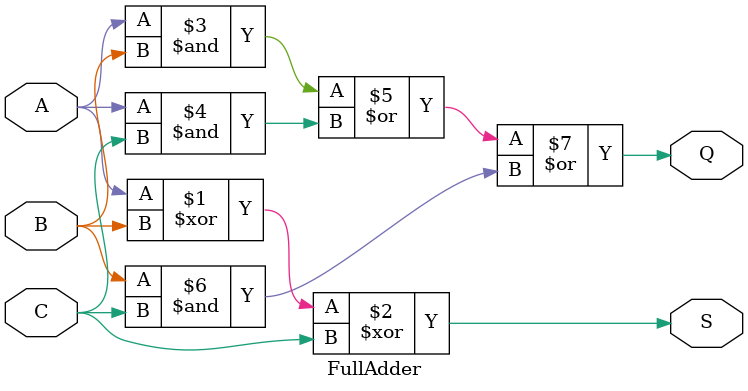
<source format=sv>
module FullAdder (
    input A,
    input B,
    input C,
    output S,
    output Q
);

assign S = A ^ B ^ C;
assign Q = A & B | A & C | B & C;

endmodule
</source>
